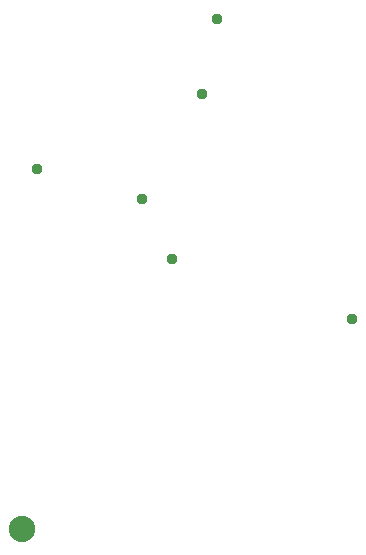
<source format=gbs>
G04 EAGLE Gerber RS-274X export*
G75*
%MOMM*%
%FSLAX34Y34*%
%LPD*%
%INBottom Soldermask*%
%IPPOS*%
%AMOC8*
5,1,8,0,0,1.08239X$1,22.5*%
G01*
%ADD10C,2.235200*%
%ADD11C,0.959600*%


D10*
X25400Y25400D03*
D11*
X38100Y330200D03*
X177800Y393700D03*
X152400Y254000D03*
X304800Y203200D03*
X127000Y304800D03*
X190500Y457200D03*
M02*

</source>
